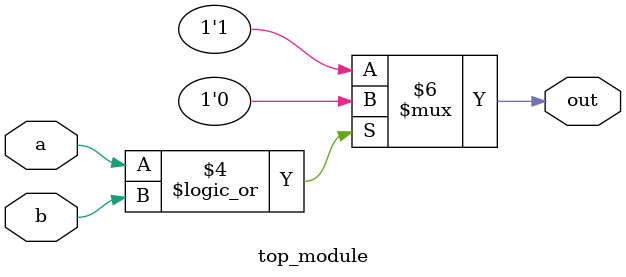
<source format=v>
module top_module(
    input a,
    input b,
    output out
);
    always @(*)
        if (a == 1'b1 || b == 1'b1)
            out <= 1'b0;
        else
            out <= 1'b1;
endmodule
</source>
